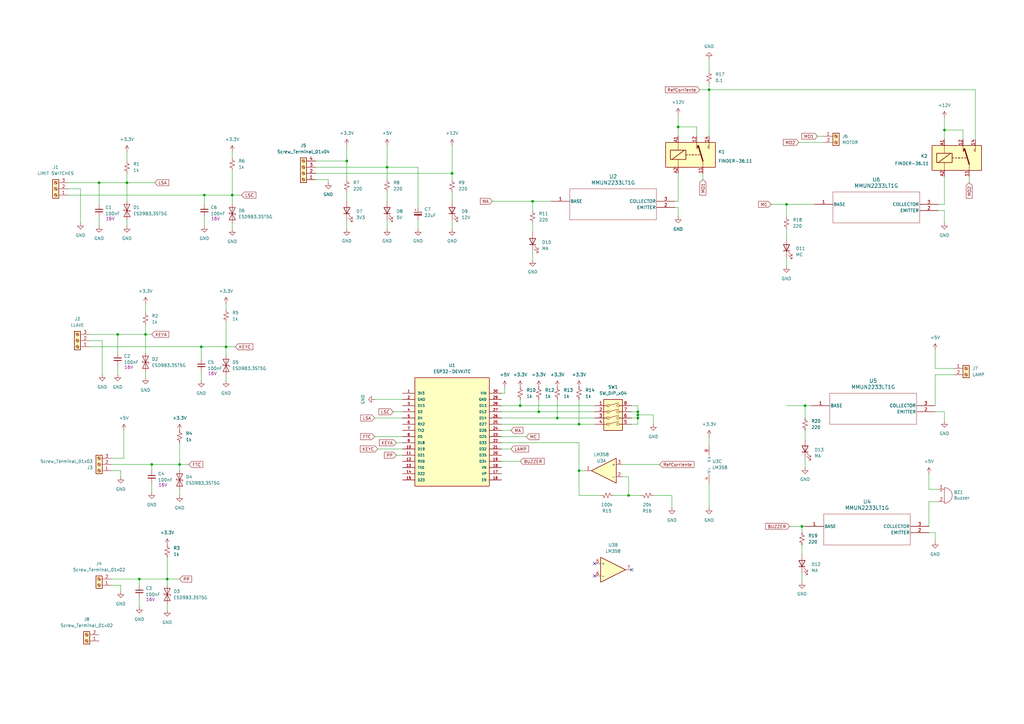
<source format=kicad_sch>
(kicad_sch (version 20250114) (generator "eeschema") (generator_version "9.0")
  (paper "A3")
  (junction (at 218.44 82.55))
  (junction (at 48.26 137.16))
  (junction (at 185.42 71.12))
  (junction (at 57.15 237.49))
  (junction (at 52.07 74.93))
  (junction (at 257.81 203.2))
  (junction (at 261.62 168.91))
  (junction (at 330.2 166.37))
  (junction (at 220.98 168.91))
  (junction (at 59.69 137.16))
  (junction (at 213.36 166.37))
  (junction (at 40.64 74.93))
  (junction (at 328.93 215.9))
  (junction (at 237.49 173.99))
  (junction (at 62.23 190.5))
  (junction (at 73.66 190.5))
  (junction (at 92.71 142.24))
  (junction (at 82.55 142.24))
  (junction (at 237.49 193.04))
  (junction (at 228.6 171.45))
  (junction (at 290.83 36.83))
  (junction (at 387.35 53.34))
  (junction (at 95.25 80.01))
  (junction (at 142.24 66.04))
  (junction (at 261.62 171.45))
  (junction (at 322.58 83.82))
  (junction (at 83.82 80.01))
  (junction (at 158.75 68.58))
  (junction (at 261.62 170.18))
  (junction (at 68.58 237.49))
  (junction (at 278.13 52.07))
  (no_connect (at 243.84 231.14))
  (no_connect (at 259.08 233.68))
  (no_connect (at 243.84 236.22))
  (wire (pts (xy 142.24 78.74) (xy 142.24 82.55)))
  (wire (pts (xy 334.01 83.82) (xy 322.58 83.82)))
  (wire (pts (xy 41.91 139.7) (xy 41.91 153.67)))
  (wire (pts (xy 129.54 73.66) (xy 134.62 73.66)))
  (wire (pts (xy 129.54 71.12) (xy 185.42 71.12)))
  (wire (pts (xy 278.13 46.99) (xy 278.13 52.07)))
  (wire (pts (xy 327.66 58.42) (xy 337.82 58.42)))
  (wire (pts (xy 95.25 69.85) (xy 95.25 80.01)))
  (wire (pts (xy 27.94 80.01) (xy 83.82 80.01)))
  (wire (pts (xy 384.81 86.36) (xy 387.35 86.36)))
  (wire (pts (xy 335.28 55.88) (xy 337.82 55.88)))
  (wire (pts (xy 257.81 195.58) (xy 257.81 203.2)))
  (wire (pts (xy 36.83 142.24) (xy 82.55 142.24)))
  (wire (pts (xy 394.97 53.34) (xy 387.35 53.34)))
  (wire (pts (xy 48.26 149.86) (xy 48.26 153.67)))
  (wire (pts (xy 290.83 34.29) (xy 290.83 36.83)))
  (wire (pts (xy 259.08 171.45) (xy 261.62 171.45)))
  (wire (pts (xy 154.94 184.15) (xy 165.1 184.15)))
  (wire (pts (xy 290.83 198.12) (xy 290.83 208.28)))
  (wire (pts (xy 322.58 93.98) (xy 322.58 97.79)))
  (wire (pts (xy 95.25 62.23) (xy 95.25 64.77)))
  (wire (pts (xy 259.08 166.37) (xy 261.62 166.37)))
  (wire (pts (xy 323.85 215.9) (xy 328.93 215.9)))
  (wire (pts (xy 383.54 166.37) (xy 383.54 153.67)))
  (wire (pts (xy 52.07 90.17) (xy 52.07 92.71)))
  (wire (pts (xy 83.82 88.9) (xy 83.82 92.71)))
  (wire (pts (xy 237.49 193.04) (xy 240.03 193.04)))
  (wire (pts (xy 205.74 168.91) (xy 220.98 168.91)))
  (wire (pts (xy 68.58 237.49) (xy 68.58 240.03)))
  (wire (pts (xy 185.42 59.69) (xy 185.42 71.12)))
  (wire (pts (xy 387.35 53.34) (xy 387.35 57.15)))
  (wire (pts (xy 383.54 153.67) (xy 391.16 153.67)))
  (wire (pts (xy 237.49 181.61) (xy 237.49 193.04)))
  (wire (pts (xy 381 194.31) (xy 381 200.66)))
  (wire (pts (xy 218.44 82.55) (xy 218.44 86.36)))
  (wire (pts (xy 171.45 90.17) (xy 171.45 93.98)))
  (wire (pts (xy 278.13 85.09) (xy 278.13 88.9)))
  (wire (pts (xy 287.02 36.83) (xy 290.83 36.83)))
  (wire (pts (xy 290.83 24.13) (xy 290.83 29.21)))
  (wire (pts (xy 49.53 240.03) (xy 49.53 242.57)))
  (wire (pts (xy 52.07 74.93) (xy 63.5 74.93)))
  (wire (pts (xy 205.74 166.37) (xy 213.36 166.37)))
  (wire (pts (xy 259.08 173.99) (xy 261.62 173.99)))
  (wire (pts (xy 261.62 173.99) (xy 261.62 171.45)))
  (wire (pts (xy 213.36 166.37) (xy 243.84 166.37)))
  (wire (pts (xy 40.64 74.93) (xy 40.64 83.82)))
  (wire (pts (xy 205.74 176.53) (xy 209.55 176.53)))
  (wire (pts (xy 205.74 173.99) (xy 237.49 173.99)))
  (wire (pts (xy 73.66 181.61) (xy 73.66 190.5)))
  (wire (pts (xy 82.55 142.24) (xy 92.71 142.24)))
  (wire (pts (xy 95.25 80.01) (xy 95.25 83.82)))
  (wire (pts (xy 237.49 163.83) (xy 237.49 173.99)))
  (wire (pts (xy 205.74 171.45) (xy 228.6 171.45)))
  (wire (pts (xy 290.83 179.07) (xy 290.83 182.88)))
  (wire (pts (xy 142.24 59.69) (xy 142.24 66.04)))
  (wire (pts (xy 205.74 179.07) (xy 215.9 179.07)))
  (wire (pts (xy 220.98 168.91) (xy 243.84 168.91)))
  (wire (pts (xy 142.24 66.04) (xy 142.24 73.66)))
  (wire (pts (xy 52.07 62.23) (xy 52.07 66.04)))
  (wire (pts (xy 73.66 190.5) (xy 77.47 190.5)))
  (wire (pts (xy 328.93 215.9) (xy 328.93 218.44)))
  (wire (pts (xy 171.45 85.09) (xy 171.45 68.58)))
  (wire (pts (xy 33.02 77.47) (xy 33.02 91.44)))
  (wire (pts (xy 48.26 137.16) (xy 48.26 144.78)))
  (wire (pts (xy 383.54 151.13) (xy 391.16 151.13)))
  (wire (pts (xy 394.97 57.15) (xy 394.97 53.34)))
  (wire (pts (xy 134.62 73.66) (xy 134.62 74.93)))
  (wire (pts (xy 328.93 234.95) (xy 328.93 238.76)))
  (wire (pts (xy 220.98 163.83) (xy 220.98 168.91)))
  (wire (pts (xy 27.94 74.93) (xy 40.64 74.93)))
  (wire (pts (xy 36.83 137.16) (xy 48.26 137.16)))
  (wire (pts (xy 285.75 55.88) (xy 285.75 52.07)))
  (wire (pts (xy 267.97 203.2) (xy 275.59 203.2)))
  (wire (pts (xy 92.71 153.67) (xy 92.71 156.21)))
  (wire (pts (xy 161.29 168.91) (xy 165.1 168.91)))
  (wire (pts (xy 278.13 71.12) (xy 278.13 82.55)))
  (wire (pts (xy 82.55 142.24) (xy 82.55 147.32)))
  (wire (pts (xy 92.71 124.46) (xy 92.71 127)))
  (wire (pts (xy 57.15 237.49) (xy 68.58 237.49)))
  (wire (pts (xy 45.72 240.03) (xy 49.53 240.03)))
  (wire (pts (xy 400.05 57.15) (xy 400.05 36.83)))
  (wire (pts (xy 207.01 158.75) (xy 207.01 161.29)))
  (wire (pts (xy 142.24 66.04) (xy 129.54 66.04)))
  (wire (pts (xy 158.75 59.69) (xy 158.75 68.58)))
  (wire (pts (xy 246.38 203.2) (xy 237.49 203.2)))
  (wire (pts (xy 387.35 48.26) (xy 387.35 53.34)))
  (wire (pts (xy 290.83 36.83) (xy 290.83 55.88)))
  (wire (pts (xy 48.26 137.16) (xy 59.69 137.16)))
  (wire (pts (xy 52.07 74.93) (xy 52.07 82.55)))
  (wire (pts (xy 228.6 171.45) (xy 243.84 171.45)))
  (wire (pts (xy 153.67 179.07) (xy 165.1 179.07)))
  (wire (pts (xy 158.75 78.74) (xy 158.75 82.55)))
  (wire (pts (xy 322.58 83.82) (xy 322.58 88.9)))
  (wire (pts (xy 62.23 198.12) (xy 62.23 201.93)))
  (wire (pts (xy 185.42 71.12) (xy 185.42 73.66)))
  (wire (pts (xy 288.29 71.12) (xy 288.29 73.66)))
  (wire (pts (xy 330.2 176.53) (xy 330.2 180.34)))
  (wire (pts (xy 95.25 91.44) (xy 95.25 93.98)))
  (wire (pts (xy 381 218.44) (xy 383.54 218.44)))
  (wire (pts (xy 205.74 189.23) (xy 213.36 189.23)))
  (wire (pts (xy 228.6 163.83) (xy 228.6 171.45)))
  (wire (pts (xy 328.93 215.9) (xy 330.2 215.9)))
  (wire (pts (xy 50.8 176.53) (xy 50.8 187.96)))
  (wire (pts (xy 261.62 170.18) (xy 261.62 168.91)))
  (wire (pts (xy 383.54 168.91) (xy 387.35 168.91)))
  (wire (pts (xy 218.44 102.87) (xy 218.44 106.68)))
  (wire (pts (xy 262.89 203.2) (xy 257.81 203.2)))
  (wire (pts (xy 381 200.66) (xy 384.81 200.66)))
  (wire (pts (xy 62.23 190.5) (xy 62.23 193.04)))
  (wire (pts (xy 237.49 203.2) (xy 237.49 193.04)))
  (wire (pts (xy 201.93 82.55) (xy 218.44 82.55)))
  (wire (pts (xy 59.69 124.46) (xy 59.69 128.27)))
  (wire (pts (xy 387.35 72.39) (xy 387.35 83.82)))
  (wire (pts (xy 73.66 200.66) (xy 73.66 203.2)))
  (wire (pts (xy 40.64 74.93) (xy 52.07 74.93)))
  (wire (pts (xy 92.71 142.24) (xy 92.71 146.05)))
  (wire (pts (xy 387.35 86.36) (xy 387.35 91.44)))
  (wire (pts (xy 322.58 166.37) (xy 330.2 166.37)))
  (wire (pts (xy 50.8 187.96) (xy 45.72 187.96)))
  (wire (pts (xy 153.67 163.83) (xy 165.1 163.83)))
  (wire (pts (xy 92.71 142.24) (xy 96.52 142.24)))
  (wire (pts (xy 57.15 245.11) (xy 57.15 248.92)))
  (wire (pts (xy 57.15 237.49) (xy 57.15 240.03)))
  (wire (pts (xy 40.64 88.9) (xy 40.64 92.71)))
  (wire (pts (xy 153.67 171.45) (xy 165.1 171.45)))
  (wire (pts (xy 218.44 91.44) (xy 218.44 95.25)))
  (wire (pts (xy 205.74 181.61) (xy 237.49 181.61)))
  (wire (pts (xy 218.44 82.55) (xy 226.06 82.55)))
  (wire (pts (xy 397.51 72.39) (xy 397.51 74.93)))
  (wire (pts (xy 322.58 105.41) (xy 322.58 109.22)))
  (wire (pts (xy 68.58 237.49) (xy 73.66 237.49)))
  (wire (pts (xy 171.45 68.58) (xy 158.75 68.58)))
  (wire (pts (xy 205.74 184.15) (xy 209.55 184.15)))
  (wire (pts (xy 255.27 195.58) (xy 257.81 195.58)))
  (wire (pts (xy 82.55 152.4) (xy 82.55 156.21)))
  (wire (pts (xy 185.42 78.74) (xy 185.42 82.55)))
  (wire (pts (xy 162.56 186.69) (xy 165.1 186.69)))
  (wire (pts (xy 267.97 170.18) (xy 261.62 170.18)))
  (wire (pts (xy 62.23 190.5) (xy 73.66 190.5)))
  (wire (pts (xy 387.35 168.91) (xy 387.35 172.72)))
  (wire (pts (xy 381 205.74) (xy 384.81 205.74)))
  (wire (pts (xy 162.56 181.61) (xy 165.1 181.61)))
  (wire (pts (xy 45.72 190.5) (xy 62.23 190.5)))
  (wire (pts (xy 27.94 77.47) (xy 33.02 77.47)))
  (wire (pts (xy 158.75 68.58) (xy 158.75 73.66)))
  (wire (pts (xy 83.82 80.01) (xy 95.25 80.01)))
  (wire (pts (xy 276.86 82.55) (xy 278.13 82.55)))
  (wire (pts (xy 92.71 132.08) (xy 92.71 142.24)))
  (wire (pts (xy 267.97 173.99) (xy 267.97 170.18)))
  (wire (pts (xy 49.53 193.04) (xy 49.53 195.58)))
  (wire (pts (xy 261.62 168.91) (xy 259.08 168.91)))
  (wire (pts (xy 36.83 139.7) (xy 41.91 139.7)))
  (wire (pts (xy 73.66 190.5) (xy 73.66 193.04)))
  (wire (pts (xy 261.62 171.45) (xy 261.62 170.18)))
  (wire (pts (xy 59.69 137.16) (xy 59.69 144.78)))
  (wire (pts (xy 142.24 90.17) (xy 142.24 93.98)))
  (wire (pts (xy 237.49 173.99) (xy 243.84 173.99)))
  (wire (pts (xy 45.72 237.49) (xy 57.15 237.49)))
  (wire (pts (xy 400.05 36.83) (xy 290.83 36.83)))
  (wire (pts (xy 52.07 71.12) (xy 52.07 74.93)))
  (wire (pts (xy 68.58 247.65) (xy 68.58 250.19)))
  (wire (pts (xy 381 215.9) (xy 381 205.74)))
  (wire (pts (xy 278.13 52.07) (xy 278.13 55.88)))
  (wire (pts (xy 213.36 163.83) (xy 213.36 166.37)))
  (wire (pts (xy 261.62 166.37) (xy 261.62 168.91)))
  (wire (pts (xy 257.81 203.2) (xy 251.46 203.2)))
  (wire (pts (xy 383.54 218.44) (xy 383.54 222.25)))
  (wire (pts (xy 316.23 83.82) (xy 322.58 83.82)))
  (wire (pts (xy 328.93 223.52) (xy 328.93 227.33)))
  (wire (pts (xy 330.2 166.37) (xy 332.74 166.37)))
  (wire (pts (xy 276.86 85.09) (xy 278.13 85.09)))
  (wire (pts (xy 207.01 161.29) (xy 205.74 161.29)))
  (wire (pts (xy 158.75 90.17) (xy 158.75 93.98)))
  (wire (pts (xy 330.2 166.37) (xy 330.2 171.45)))
  (wire (pts (xy 68.58 228.6) (xy 68.58 237.49)))
  (wire (pts (xy 45.72 193.04) (xy 49.53 193.04)))
  (wire (pts (xy 387.35 83.82) (xy 384.81 83.82)))
  (wire (pts (xy 59.69 133.35) (xy 59.69 137.16)))
  (wire (pts (xy 255.27 190.5) (xy 270.51 190.5)))
  (wire (pts (xy 285.75 52.07) (xy 278.13 52.07)))
  (wire (pts (xy 383.54 143.51) (xy 383.54 151.13)))
  (wire (pts (xy 330.2 187.96) (xy 330.2 191.77)))
  (wire (pts (xy 83.82 80.01) (xy 83.82 83.82)))
  (wire (pts (xy 185.42 90.17) (xy 185.42 93.98)))
  (wire (pts (xy 59.69 137.16) (xy 62.23 137.16)))
  (wire (pts (xy 129.54 68.58) (xy 158.75 68.58)))
  (wire (pts (xy 95.25 80.01) (xy 99.06 80.01)))
  (wire (pts (xy 59.69 152.4) (xy 59.69 154.94)))
  (wire (pts (xy 275.59 203.2) (xy 275.59 208.28)))
  (global_label "KEYC" (shape input) (at 154.94 184.15 180) (property "Intersheetrefs" "${INTERSHEET_REFS}" (effects (hide yes))))
  (global_label "RefCorriente" (shape input) (at 270.51 190.5 0) (property "Intersheetrefs" "${INTERSHEET_REFS}" (effects (hide yes))))
  (global_label "MC" (shape input) (at 316.23 83.82 180) (property "Intersheetrefs" "${INTERSHEET_REFS}" (effects (hide yes))))
  (global_label "MO1" (shape input) (at 288.29 73.66 270) (property "Intersheetrefs" "${INTERSHEET_REFS}" (effects (hide yes))))
  (global_label "BUZZER" (shape input) (at 323.85 215.9 180) (property "Intersheetrefs" "${INTERSHEET_REFS}" (effects (hide yes))))
  (global_label "FTC" (shape input) (at 77.47 190.5 0) (property "Intersheetrefs" "${INTERSHEET_REFS}" (effects (hide yes))))
  (global_label "MA" (shape input) (at 209.55 176.53 0) (property "Intersheetrefs" "${INTERSHEET_REFS}" (effects (hide yes))))
  (global_label "LSC" (shape input) (at 161.29 168.91 180) (property "Intersheetrefs" "${INTERSHEET_REFS}" (effects (hide yes))))
  (global_label "FTC" (shape input) (at 153.67 179.07 180) (property "Intersheetrefs" "${INTERSHEET_REFS}" (effects (hide yes))))
  (global_label "LSA" (shape input) (at 63.5 74.93 0) (property "Intersheetrefs" "${INTERSHEET_REFS}" (effects (hide yes))))
  (global_label "MO1" (shape input) (at 335.28 55.88 180) (property "Intersheetrefs" "${INTERSHEET_REFS}" (effects (hide yes))))
  (global_label "LSC" (shape input) (at 99.06 80.01 0) (property "Intersheetrefs" "${INTERSHEET_REFS}" (effects (hide yes))))
  (global_label "BUZZER" (shape input) (at 213.36 189.23 0) (property "Intersheetrefs" "${INTERSHEET_REFS}" (effects (hide yes))))
  (global_label "MO2" (shape input) (at 397.51 74.93 270) (property "Intersheetrefs" "${INTERSHEET_REFS}" (effects (hide yes))))
  (global_label "KEYA" (shape input) (at 162.56 181.61 180) (property "Intersheetrefs" "${INTERSHEET_REFS}" (effects (hide yes))))
  (global_label "KEYA" (shape input) (at 62.23 137.16 0) (property "Intersheetrefs" "${INTERSHEET_REFS}" (effects (hide yes))))
  (global_label "MO2" (shape input) (at 327.66 58.42 180) (property "Intersheetrefs" "${INTERSHEET_REFS}" (effects (hide yes))))
  (global_label "PP" (shape input) (at 162.56 186.69 180) (property "Intersheetrefs" "${INTERSHEET_REFS}" (effects (hide yes))))
  (global_label "RefCorriente" (shape input) (at 287.02 36.83 180) (property "Intersheetrefs" "${INTERSHEET_REFS}" (effects (hide yes))))
  (global_label "KEYC" (shape input) (at 96.52 142.24 0) (property "Intersheetrefs" "${INTERSHEET_REFS}" (effects (hide yes))))
  (global_label "LSA" (shape input) (at 153.67 171.45 180) (property "Intersheetrefs" "${INTERSHEET_REFS}" (effects (hide yes))))
  (global_label "LAMP" (shape input) (at 209.55 184.15 0) (property "Intersheetrefs" "${INTERSHEET_REFS}" (effects (hide yes))))
  (global_label "PP" (shape input) (at 73.66 237.49 0) (property "Intersheetrefs" "${INTERSHEET_REFS}" (effects (hide yes))))
  (global_label "MA" (shape input) (at 201.93 82.55 180) (property "Intersheetrefs" "${INTERSHEET_REFS}" (effects (hide yes))))
  (global_label "MC" (shape input) (at 215.9 179.07 0) (property "Intersheetrefs" "${INTERSHEET_REFS}" (effects (hide yes))))
  (symbol (lib_id "Diode:ESD9B3.3ST5G") (at 95.25 87.63 90) (unit 1)
    (property "Reference" "D6" (at 97.79 86.3599 90) (effects (justify right)))
    (property "Value" "ESD9B3.3ST5G" (at 97.79 88.8999 90) (effects (justify right)))
    (property "Footprint" "Diode_SMD:D_SOD-923" (effects (hide yes)))
    (property "Datasheet" "https://www.onsemi.com/pub/Collateral/ESD9B-D.PDF" (effects (hide yes)))
    (property "Description" "ESD protection diode, 3.3Vrwm, SOD-923" (effects (hide yes)))
    (property "Part number" "ESD9B3.3ST5G" (effects (hide yes)))
  )
  (symbol (lib_id "Device:LED") (at 218.44 99.06 90) (unit 1)
    (property "Reference" "D10" (at 222.25 99.3774 90) (effects (justify right)))
    (property "Value" "MA" (at 222.25 101.9174 90) (effects (justify right)))
    (property "Footprint" "LED_SMD:LED_0402_1005Metric" (effects (hide yes)))
    (property "Description" "Light emitting diode" (effects (hide yes)))
    (property "Part number" "NCD0402R1" (effects (hide yes)))
  )
  (symbol (lib_id "Diode:ESD9B3.3ST5G") (at 52.07 86.36 90) (unit 1)
    (property "Reference" "D1" (at 54.61 85.0899 90) (effects (justify right)))
    (property "Value" "ESD9B3.3ST5G" (at 54.61 87.6299 90) (effects (justify right)))
    (property "Footprint" "Diode_SMD:D_SOD-923" (effects (hide yes)))
    (property "Datasheet" "https://www.onsemi.com/pub/Collateral/ESD9B-D.PDF" (effects (hide yes)))
    (property "Description" "ESD protection diode, 3.3Vrwm, SOD-923" (effects (hide yes)))
    (property "Part number" "ESD9B3.3ST5G" (effects (hide yes)))
  )
  (symbol (lib_id "power:GND") (at 92.71 156.21 0) (unit 1)
    (property "Reference" "#PWR021" (effects (hide yes)))
    (property "Value" "GND" (at 92.71 161.29 0))
    (property "Description" "Power symbol creates a global label with name \"GND\" , ground" (effects (hide yes)))
  )
  (symbol (lib_id "Device:R_Small_US") (at 158.75 76.2 180) (unit 1)
    (property "Reference" "R8" (at 161.29 74.9299 0) (effects (justify right)))
    (property "Value" "220" (at 161.29 77.4699 0) (effects (justify right)))
    (property "Footprint" "Resistor_SMD:R_0402_1005Metric" (effects (hide yes)))
    (property "Description" "Resistor, small US symbol" (effects (hide yes)))
    (property "Part number" "CRCW0402220RFKED" (effects (hide yes)))
  )
  (symbol (lib_id "power:+3.3V") (at 142.24 59.69 0) (unit 1)
    (property "Reference" "#PWR025" (effects (hide yes)))
    (property "Value" "+3.3V" (at 142.24 54.61 0))
    (property "Description" "Power symbol creates a global label with name \"+3.3V\"" (effects (hide yes)))
  )
  (symbol (lib_id "Amplifier_Operational:LM358") (at 247.65 193.04 0) (mirror y) (unit 1)
    (property "Reference" "U3" (at 246.634 188.976 0))
    (property "Value" "LM358" (at 246.634 186.436 0))
    (property "Footprint" "LIBRERIA PERSONAL:lm358" (effects (hide yes)))
    (property "Datasheet" "http://www.ti.com/lit/ds/symlink/lm2904-n.pdf" (effects (hide yes)))
    (property "Description" "Low-Power, Dual Operational Amplifiers, DIP-8/SOIC-8/TO-99-8" (effects (hide yes)))
    (property "Part number" "LMV358IDR" (effects (hide yes)))
  )
  (symbol (lib_id "Device:R_Small_US") (at 265.43 203.2 90) (mirror x) (unit 1)
    (property "Reference" "R16" (at 265.43 209.55 90))
    (property "Value" "20k" (at 265.43 207.01 90))
    (property "Footprint" "Capacitor_SMD:C_0402_1005Metric" (effects (hide yes)))
    (property "Description" "Resistor, small US symbol" (effects (hide yes)))
    (property "Part number" "CRCW040220K0FKEDHP" (effects (hide yes)))
  )
  (symbol (lib_id "power:+3.3V") (at 68.58 223.52 0) (unit 1)
    (property "Reference" "#PWR014" (effects (hide yes)))
    (property "Value" "+3.3V" (at 68.58 218.44 0))
    (property "Description" "Power symbol creates a global label with name \"+3.3V\"" (effects (hide yes)))
  )
  (symbol (lib_id "Diode:ESD9B3.3ST5G") (at 73.66 196.85 90) (unit 1)
    (property "Reference" "D4" (at 76.2 195.5799 90) (effects (justify right)))
    (property "Value" "ESD9B3.3ST5G" (at 76.2 198.1199 90) (effects (justify right)))
    (property "Footprint" "Diode_SMD:D_SOD-923" (effects (hide yes)))
    (property "Datasheet" "https://www.onsemi.com/pub/Collateral/ESD9B-D.PDF" (effects (hide yes)))
    (property "Description" "ESD protection diode, 3.3Vrwm, SOD-923" (effects (hide yes)))
    (property "Part number" "ESD9B3.3ST5G" (effects (hide yes)))
  )
  (symbol (lib_id "power:+5V") (at 158.75 59.69 0) (unit 1)
    (property "Reference" "#PWR028" (effects (hide yes)))
    (property "Value" "+5V" (at 158.75 54.61 0))
    (property "Description" "Power symbol creates a global label with name \"+5V\"" (effects (hide yes)))
  )
  (symbol (lib_id "LIBRERIA PERSONAL:MMUN2233LT1G") (at 226.06 82.55 0) (unit 1)
    (property "Reference" "U2" (at 251.46 72.39 0) (effects (font (size 1.524 1.524))))
    (property "Value" "MMUN2233LT1G" (at 251.46 74.93 0) (effects (font (size 1.524 1.524))))
    (property "Footprint" "LIBRERIA PERSONAL:SOT-23-3_1P4X3P040_ONS-L" (effects (hide yes)))
    (property "Datasheet" "MMUN2233LT1G" (effects (hide yes)))
    (property "Part number" "MMUN2233LT1G" (effects (hide yes)))
  )
  (symbol (lib_id "Device:R_Small_US") (at 213.36 161.29 0) (unit 1)
    (property "Reference" "R10" (at 215.9 160.0199 0) (effects (justify left)))
    (property "Value" "1k" (at 215.9 162.5599 0) (effects (justify left)))
    (property "Footprint" "Resistor_SMD:R_0402_1005Metric" (effects (hide yes)))
    (property "Description" "Resistor, small US symbol" (effects (hide yes)))
    (property "Part number" "  CRCW04021K00FKED " (effects (hide yes)))
  )
  (symbol (lib_id "Device:R_Small_US") (at 330.2 173.99 180) (unit 1)
    (property "Reference" "R20" (at 332.74 172.7199 0) (effects (justify right)))
    (property "Value" "220" (at 332.74 175.2599 0) (effects (justify right)))
    (property "Footprint" "Resistor_SMD:R_0402_1005Metric" (effects (hide yes)))
    (property "Description" "Resistor, small US symbol" (effects (hide yes)))
    (property "Part number" "CRCW0402220RFKED" (effects (hide yes)))
  )
  (symbol (lib_id "Switch:SW_DIP_x04") (at 251.46 171.45 0) (unit 1)
    (property "Reference" "SW1" (at 251.46 158.75 0))
    (property "Value" "SW_DIP_x04" (at 251.46 161.29 0))
    (property "Footprint" "Button_Switch_SMD:SW_DIP_SPSTx04_Slide_KingTek_DSHP04TS_W7.62mm_P1.27mm" (effects (hide yes)))
    (property "Description" "4x DIP Switch, Single Pole Single Throw (SPST) switch, small symbol" (effects (hide yes)))
    (property "Part number" "DSHP04TSGER" (effects (hide yes)))
  )
  (symbol (lib_id "power:GND") (at 49.53 195.58 0) (unit 1)
    (property "Reference" "#PWR05" (effects (hide yes)))
    (property "Value" "GND" (at 49.53 200.66 0))
    (property "Description" "Power symbol creates a global label with name \"GND\" , ground" (effects (hide yes)))
  )
  (symbol (lib_id "Relay:FINDER-36.11") (at 392.43 64.77 0) (unit 1)
    (property "Reference" "K2" (at 377.698 64.008 0) (effects (justify left)))
    (property "Value" "FINDER-36.11" (at 367.03 67.056 0) (effects (justify left)))
    (property "Footprint" "Relay_THT:Relay_SPDT_Finder_36.11" (effects (hide yes)))
    (property "Datasheet" "https://gfinder.findernet.com/public/attachments/36/EN/S36EN.pdf" (effects (hide yes)))
  )
  (symbol (lib_id "power:GND") (at 134.62 74.93 0) (unit 1)
    (property "Reference" "#PWR024" (effects (hide yes)))
    (property "Value" "GND" (at 134.62 79.756 0))
    (property "Description" "Power symbol creates a global label with name \"GND\" , ground" (effects (hide yes)))
  )
  (symbol (lib_id "Device:C_Small") (at 40.64 86.36 0) (unit 1)
    (property "Reference" "C1" (at 43.18 85.0962 0) (effects (justify left)))
    (property "Value" "100nF" (at 43.18 87.6362 0) (effects (justify left)))
    (property "Footprint" "Capacitor_SMD:C_0402_1005Metric" (effects (hide yes)))
    (property "Description" "Unpolarized capacitor, small symbol" (effects (hide yes)))
    (property "Part number" "CL05B104KO5NNNC" (effects (hide yes)))
    (property "Voltage" "16V" (at 45.212 89.662 0))
  )
  (symbol (lib_id "power:GND") (at 290.83 24.13 180) (unit 1)
    (property "Reference" "#PWR043" (effects (hide yes)))
    (property "Value" "GND" (at 290.83 19.05 0))
    (property "Description" "Power symbol creates a global label with name \"GND\" , ground" (effects (hide yes)))
  )
  (symbol (lib_id "Device:R_Small_US") (at 142.24 76.2 180) (unit 1)
    (property "Reference" "R7" (at 144.78 74.9299 0) (effects (justify right)))
    (property "Value" "220" (at 144.78 77.4699 0) (effects (justify right)))
    (property "Footprint" "Resistor_SMD:R_0402_1005Metric" (effects (hide yes)))
    (property "Description" "Resistor, small US symbol" (effects (hide yes)))
    (property "Part number" "CRCW0402220RFKED" (effects (hide yes)))
  )
  (symbol (lib_id "power:+12V") (at 387.35 48.26 0) (unit 1)
    (property "Reference" "#PWR052" (effects (hide yes)))
    (property "Value" "+12V" (at 387.35 43.18 0))
    (property "Description" "Power symbol creates a global label with name \"+12V\"" (effects (hide yes)))
  )
  (symbol (lib_id "power:GND") (at 278.13 88.9 0) (unit 1)
    (property "Reference" "#PWR042" (effects (hide yes)))
    (property "Value" "GND" (at 278.13 93.98 0))
    (property "Description" "Power symbol creates a global label with name \"GND\" , ground" (effects (hide yes)))
  )
  (symbol (lib_id "power:+5V") (at 381 194.31 0) (unit 1)
    (property "Reference" "#PWR049" (effects (hide yes)))
    (property "Value" "+5V" (at 381 189.23 0))
    (property "Description" "Power symbol creates a global label with name \"+5V\"" (effects (hide yes)))
  )
  (symbol (lib_id "Device:C_Small") (at 83.82 86.36 0) (unit 1)
    (property "Reference" "C6" (at 86.36 85.0962 0) (effects (justify left)))
    (property "Value" "100nF" (at 86.36 87.6362 0) (effects (justify left)))
    (property "Footprint" "Capacitor_SMD:C_0402_1005Metric" (effects (hide yes)))
    (property "Description" "Unpolarized capacitor, small symbol" (effects (hide yes)))
    (property "Part number" "CL05B104KO5NNNC" (effects (hide yes)))
    (property "Voltage" "16V" (at 88.392 89.662 0))
  )
  (symbol (lib_id "Device:LED") (at 158.75 86.36 90) (unit 1)
    (property "Reference" "D8" (at 162.56 86.6774 90) (effects (justify right)))
    (property "Value" "5V" (at 162.56 89.2174 90) (effects (justify right)))
    (property "Footprint" "LED_SMD:LED_0402_1005Metric" (effects (hide yes)))
    (property "Description" "Light emitting diode" (effects (hide yes)))
    (property "Part number" "NCD0402R1" (effects (hide yes)))
  )
  (symbol (lib_id "power:+5V") (at 207.01 158.75 0) (unit 1)
    (property "Reference" "#PWR033" (effects (hide yes)))
    (property "Value" "+5V" (at 207.01 153.67 0))
    (property "Description" "Power symbol creates a global label with name \"+5V\"" (effects (hide yes)))
  )
  (symbol (lib_id "LIBRERIA PERSONAL:MMUN2233LT1G") (at 332.74 166.37 0) (unit 1)
    (property "Reference" "U5" (at 358.14 156.21 0) (effects (font (size 1.524 1.524))))
    (property "Value" "MMUN2233LT1G" (at 358.14 158.75 0) (effects (font (size 1.524 1.524))))
    (property "Footprint" "LIBRERIA PERSONAL:SOT-23-3_1P4X3P040_ONS-L" (effects (hide yes)))
    (property "Datasheet" "MMUN2233LT1G" (effects (hide yes)))
    (property "Part number" "MMUN2233LT1G" (effects (hide yes)))
  )
  (symbol (lib_id "Device:R_Small_US") (at 218.44 88.9 180) (unit 1)
    (property "Reference" "R11" (at 220.98 87.6299 0) (effects (justify right)))
    (property "Value" "220" (at 220.98 90.1699 0) (effects (justify right)))
    (property "Footprint" "Resistor_SMD:R_0402_1005Metric" (effects (hide yes)))
    (property "Description" "Resistor, small US symbol" (effects (hide yes)))
    (property "Part number" "CRCW0402220RFKED" (effects (hide yes)))
  )
  (symbol (lib_id "Device:LED") (at 328.93 231.14 90) (unit 1)
    (property "Reference" "D12" (at 332.74 231.4574 90) (effects (justify right)))
    (property "Value" "MA" (at 332.74 233.9974 90) (effects (justify right)))
    (property "Footprint" "LED_SMD:LED_0402_1005Metric" (effects (hide yes)))
    (property "Description" "Light emitting diode" (effects (hide yes)))
    (property "Part number" "NCD0402R1" (effects (hide yes)))
  )
  (symbol (lib_id "power:+3.3V") (at 228.6 158.75 0) (unit 1)
    (property "Reference" "#PWR037" (effects (hide yes)))
    (property "Value" "+3.3V" (at 228.6 153.67 0))
    (property "Description" "Power symbol creates a global label with name \"+3.3V\"" (effects (hide yes)))
  )
  (symbol (lib_id "power:GND") (at 185.42 93.98 0) (unit 1)
    (property "Reference" "#PWR032" (effects (hide yes)))
    (property "Value" "GND" (at 185.42 98.806 0))
    (property "Description" "Power symbol creates a global label with name \"GND\" , ground" (effects (hide yes)))
  )
  (symbol (lib_id "Connector:Screw_Terminal_01x03") (at 31.75 139.7 180) (unit 1)
    (property "Reference" "J2" (at 31.75 130.81 0))
    (property "Value" "LLAVE" (at 31.75 133.35 0))
    (property "Footprint" "TerminalBlock:TerminalBlock_bornier-3_P5.08mm" (effects (hide yes)))
    (property "Description" "Generic screw terminal, single row, 01x03, script generated (kicad-library-utils/schlib/autogen/connector/)" (effects (hide yes)))
    (property "Part number" "DB128V-5.08-3P-GN-S" (effects (hide yes)))
  )
  (symbol (lib_id "Connector:Screw_Terminal_01x02") (at 342.9 55.88 0) (unit 1)
    (property "Reference" "J6" (at 345.44 55.8799 0) (effects (justify left)))
    (property "Value" "MOTOR" (at 345.44 58.4199 0) (effects (justify left)))
    (property "Footprint" "TerminalBlock:TerminalBlock_bornier-2_P5.08mm" (effects (hide yes)))
    (property "Description" "Generic screw terminal, single row, 01x02, script generated (kicad-library-utils/schlib/autogen/connector/)" (effects (hide yes)))
    (property "Part number" "WJ500V-5.08-2P" (effects (hide yes)))
  )
  (symbol (lib_id "Device:C_Small") (at 48.26 147.32 0) (unit 1)
    (property "Reference" "C2" (at 50.8 146.0562 0) (effects (justify left)))
    (property "Value" "100nF" (at 50.8 148.5962 0) (effects (justify left)))
    (property "Footprint" "Capacitor_SMD:C_0402_1005Metric" (effects (hide yes)))
    (property "Description" "Unpolarized capacitor, small symbol" (effects (hide yes)))
    (property "Part number" "CL05B104KO5NNNC" (effects (hide yes)))
    (property "Voltage" "16V" (at 52.832 150.622 0))
  )
  (symbol (lib_id "Device:R_Small_US") (at 322.58 91.44 180) (unit 1)
    (property "Reference" "R18" (at 325.12 90.1699 0) (effects (justify right)))
    (property "Value" "220" (at 325.12 92.7099 0) (effects (justify right)))
    (property "Footprint" "Resistor_SMD:R_0402_1005Metric" (effects (hide yes)))
    (property "Description" "Resistor, small US symbol" (effects (hide yes)))
    (property "Part number" "CRCW0402220RFKED" (effects (hide yes)))
  )
  (symbol (lib_id "Device:R_Small_US") (at 68.58 226.06 0) (unit 1)
    (property "Reference" "R3" (at 71.12 224.7899 0) (effects (justify left)))
    (property "Value" "1k" (at 71.12 227.3299 0) (effects (justify left)))
    (property "Footprint" "Resistor_SMD:R_0402_1005Metric" (effects (hide yes)))
    (property "Description" "Resistor, small US symbol" (effects (hide yes)))
    (property "Part number" "  CRCW04021K00FKED " (effects (hide yes)))
  )
  (symbol (lib_id "power:GND") (at 73.66 203.2 0) (unit 1)
    (property "Reference" "#PWR017" (effects (hide yes)))
    (property "Value" "GND" (at 73.66 208.28 0))
    (property "Description" "Power symbol creates a global label with name \"GND\" , ground" (effects (hide yes)))
  )
  (symbol (lib_id "Device:C_Polarized_Small") (at 171.45 87.63 0) (unit 1)
    (property "Reference" "C7" (at 173.99 85.8138 0) (effects (justify left)))
    (property "Value" "22uF" (at 173.99 88.3538 0) (effects (justify left)))
    (property "Footprint" "Capacitor_SMD:CP_Elec_5x5.4" (effects (hide yes)))
    (property "Description" "Polarized capacitor, small symbol" (effects (hide yes)))
    (property "Part number" "UWT1A220MCL1GB" (effects (hide yes)))
  )
  (symbol (lib_id "power:GND") (at 62.23 201.93 0) (unit 1)
    (property "Reference" "#PWR013" (effects (hide yes)))
    (property "Value" "GND" (at 62.23 207.01 0))
    (property "Description" "Power symbol creates a global label with name \"GND\" , ground" (effects (hide yes)))
  )
  (symbol (lib_id "Connector:Screw_Terminal_01x04") (at 124.46 71.12 180) (unit 1)
    (property "Reference" "J5" (at 124.46 59.69 0))
    (property "Value" "Screw_Terminal_01x04" (at 124.46 62.23 0))
    (property "Footprint" "TerminalBlock:TerminalBlock_bornier-4_P5.08mm" (effects (hide yes)))
    (property "Description" "Generic screw terminal, single row, 01x04, script generated (kicad-library-utils/schlib/autogen/connector/)" (effects (hide yes)))
    (property "Part number" "DB128V-5.08-4P-GN-S" (effects (hide yes)))
  )
  (symbol (lib_id "Connector:Screw_Terminal_01x02") (at 35.56 262.89 180) (unit 1)
    (property "Reference" "J8" (at 35.56 254 0))
    (property "Value" "Screw_Terminal_01x02" (at 35.56 256.54 0))
    (property "Footprint" "CONN-TH_P5.08_KF128-5.08-2P" (effects (hide yes)))
    (property "Description" "Generic screw terminal, single row, 01x02, script generated (kicad-library-utils/schlib/autogen/connector/)" (effects (hide yes)))
    (property "Part number" "WJ500V-5.08-2P" (effects (hide yes)))
  )
  (symbol (lib_id "power:+3.3V") (at 73.66 176.53 0) (unit 1)
    (property "Reference" "#PWR016" (effects (hide yes)))
    (property "Value" "+3.3V" (at 73.66 171.45 0))
    (property "Description" "Power symbol creates a global label with name \"+3.3V\"" (effects (hide yes)))
  )
  (symbol (lib_id "power:GND") (at 33.02 91.44 0) (unit 1)
    (property "Reference" "#PWR01" (effects (hide yes)))
    (property "Value" "GND" (at 33.02 96.52 0))
    (property "Description" "Power symbol creates a global label with name \"GND\" , ground" (effects (hide yes)))
  )
  (symbol (lib_id "Diode:ESD9B3.3ST5G") (at 68.58 243.84 90) (unit 1)
    (property "Reference" "D3" (at 71.12 242.5699 90) (effects (justify right)))
    (property "Value" "ESD9B3.3ST5G" (at 71.12 245.1099 90) (effects (justify right)))
    (property "Footprint" "Diode_SMD:D_SOD-923" (effects (hide yes)))
    (property "Datasheet" "https://www.onsemi.com/pub/Collateral/ESD9B-D.PDF" (effects (hide yes)))
    (property "Description" "ESD protection diode, 3.3Vrwm, SOD-923" (effects (hide yes)))
    (property "Part number" "ESD9B3.3ST5G" (effects (hide yes)))
  )
  (symbol (lib_id "power:GND") (at 83.82 92.71 0) (unit 1)
    (property "Reference" "#PWR019" (effects (hide yes)))
    (property "Value" "GND" (at 83.82 97.79 0))
    (property "Description" "Power symbol creates a global label with name \"GND\" , ground" (effects (hide yes)))
  )
  (symbol (lib_id "power:GND") (at 387.35 91.44 0) (unit 1)
    (property "Reference" "#PWR053" (effects (hide yes)))
    (property "Value" "GND" (at 387.35 96.52 0))
    (property "Description" "Power symbol creates a global label with name \"GND\" , ground" (effects (hide yes)))
  )
  (symbol (lib_id "Device:R_Small_US") (at 95.25 67.31 0) (unit 1)
    (property "Reference" "R6" (at 97.79 66.0399 0) (effects (justify left)))
    (property "Value" "1k" (at 97.79 68.5799 0) (effects (justify left)))
    (property "Footprint" "Resistor_SMD:R_0402_1005Metric" (effects (hide yes)))
    (property "Description" "Resistor, small US symbol" (effects (hide yes)))
    (property "Part number" "  CRCW04021K00FKED " (effects (hide yes)))
  )
  (symbol (lib_id "power:+3.3V") (at 59.69 124.46 0) (unit 1)
    (property "Reference" "#PWR011" (effects (hide yes)))
    (property "Value" "+3.3V" (at 59.69 119.38 0))
    (property "Description" "Power symbol creates a global label with name \"+3.3V\"" (effects (hide yes)))
  )
  (symbol (lib_id "power:GND") (at 52.07 92.71 0) (unit 1)
    (property "Reference" "#PWR09" (effects (hide yes)))
    (property "Value" "GND" (at 52.07 97.79 0))
    (property "Description" "Power symbol creates a global label with name \"GND\" , ground" (effects (hide yes)))
  )
  (symbol (lib_id "power:GND") (at 218.44 106.68 0) (unit 1)
    (property "Reference" "#PWR035" (effects (hide yes)))
    (property "Value" "GND" (at 218.44 111.506 0))
    (property "Description" "Power symbol creates a global label with name \"GND\" , ground" (effects (hide yes)))
  )
  (symbol (lib_id "Device:LED") (at 330.2 184.15 90) (unit 1)
    (property "Reference" "D13" (at 334.01 184.4674 90) (effects (justify right)))
    (property "Value" "MA" (at 334.01 187.0074 90) (effects (justify right)))
    (property "Footprint" "LED_SMD:LED_0402_1005Metric" (effects (hide yes)))
    (property "Description" "Light emitting diode" (effects (hide yes)))
    (property "Part number" "NCD0402R1" (effects (hide yes)))
  )
  (symbol (lib_id "Amplifier_Operational:LM358") (at 251.46 233.68 0) (unit 2)
    (property "Reference" "U3" (at 251.46 223.52 0))
    (property "Value" "LM358" (at 251.46 226.06 0))
    (property "Footprint" "LIBRERIA PERSONAL:lm358" (effects (hide yes)))
    (property "Datasheet" "http://www.ti.com/lit/ds/symlink/lm2904-n.pdf" (effects (hide yes)))
    (property "Description" "Low-Power, Dual Operational Amplifiers, DIP-8/SOIC-8/TO-99-8" (effects (hide yes)))
    (property "Part number" "LMV358IDR" (effects (hide yes)))
  )
  (symbol (lib_id "power:+3.3V") (at 95.25 62.23 0) (unit 1)
    (property "Reference" "#PWR022" (effects (hide yes)))
    (property "Value" "+3.3V" (at 95.25 57.15 0))
    (property "Description" "Power symbol creates a global label with name \"+3.3V\"" (effects (hide yes)))
  )
  (symbol (lib_id "power:GND") (at 383.54 222.25 0) (unit 1)
    (property "Reference" "#PWR051" (effects (hide yes)))
    (property "Value" "GND" (at 383.54 227.33 0))
    (property "Description" "Power symbol creates a global label with name \"GND\" , ground" (effects (hide yes)))
  )
  (symbol (lib_id "power:GND") (at 48.26 153.67 0) (unit 1)
    (property "Reference" "#PWR04" (effects (hide yes)))
    (property "Value" "GND" (at 48.26 158.75 0))
    (property "Description" "Power symbol creates a global label with name \"GND\" , ground" (effects (hide yes)))
  )
  (symbol (lib_id "power:+3.3V") (at 290.83 179.07 0) (unit 1)
    (property "Reference" "#PWR044" (effects (hide yes)))
    (property "Value" "+3.3V" (at 290.83 173.99 0))
    (property "Description" "Power symbol creates a global label with name \"+3.3V\"" (effects (hide yes)))
  )
  (symbol (lib_id "power:GND") (at 95.25 93.98 0) (unit 1)
    (property "Reference" "#PWR023" (effects (hide yes)))
    (property "Value" "GND" (at 95.25 99.06 0))
    (property "Description" "Power symbol creates a global label with name \"GND\" , ground" (effects (hide yes)))
  )
  (symbol (lib_id "LIBRERIA PERSONAL:MMUN2233LT1G") (at 330.2 215.9 0) (unit 1)
    (property "Reference" "U4" (at 355.6 205.74 0) (effects (font (size 1.524 1.524))))
    (property "Value" "MMUN2233LT1G" (at 355.6 208.28 0) (effects (font (size 1.524 1.524))))
    (property "Footprint" "LIBRERIA PERSONAL:SOT-23-3_1P4X3P040_ONS-L" (effects (hide yes)))
    (property "Datasheet" "MMUN2233LT1G" (effects (hide yes)))
    (property "Part number" "MMUN2233LT1G" (effects (hide yes)))
  )
  (symbol (lib_id "power:GND") (at 59.69 154.94 0) (unit 1)
    (property "Reference" "#PWR012" (effects (hide yes)))
    (property "Value" "GND" (at 59.69 160.02 0))
    (property "Description" "Power symbol creates a global label with name \"GND\" , ground" (effects (hide yes)))
  )
  (symbol (lib_id "Device:R_Small_US") (at 328.93 220.98 180) (unit 1)
    (property "Reference" "R19" (at 331.47 219.7099 0) (effects (justify right)))
    (property "Value" "220" (at 331.47 222.2499 0) (effects (justify right)))
    (property "Footprint" "Resistor_SMD:R_0402_1005Metric" (effects (hide yes)))
    (property "Description" "Resistor, small US symbol" (effects (hide yes)))
    (property "Part number" "CRCW0402220RFKED" (effects (hide yes)))
  )
  (symbol (lib_id "power:GND") (at 68.58 250.19 0) (unit 1)
    (property "Reference" "#PWR015" (effects (hide yes)))
    (property "Value" "GND" (at 68.58 255.27 0))
    (property "Description" "Power symbol creates a global label with name \"GND\" , ground" (effects (hide yes)))
  )
  (symbol (lib_id "Connector:Screw_Terminal_01x03") (at 22.86 77.47 180) (unit 1)
    (property "Reference" "J1" (at 22.86 68.58 0))
    (property "Value" "LIMIT SWITCHES" (at 22.86 71.12 0))
    (property "Footprint" "TerminalBlock:TerminalBlock_bornier-3_P5.08mm" (effects (hide yes)))
    (property "Description" "Generic screw terminal, single row, 01x03, script generated (kicad-library-utils/schlib/autogen/connector/)" (effects (hide yes)))
    (property "Part number" "YC0321500000G" (effects (hide yes)))
  )
  (symbol (lib_id "power:GND") (at 322.58 109.22 0) (unit 1)
    (property "Reference" "#PWR046" (effects (hide yes)))
    (property "Value" "GND" (at 322.58 114.3 0))
    (property "Description" "Power symbol creates a global label with name \"GND\" , ground" (effects (hide yes)))
  )
  (symbol (lib_id "power:GND") (at 267.97 173.99 0) (unit 1)
    (property "Reference" "#PWR039" (effects (hide yes)))
    (property "Value" "GND" (at 267.97 179.07 0))
    (property "Description" "Power symbol creates a global label with name \"GND\" , ground" (effects (hide yes)))
  )
  (symbol (lib_id "Connector:Screw_Terminal_01x03") (at 40.64 190.5 180) (unit 1)
    (property "Reference" "J3" (at 38.1 191.7701 0) (effects (justify left)))
    (property "Value" "Screw_Terminal_01x03" (at 38.1 189.2301 0) (effects (justify left)))
    (property "Footprint" "TerminalBlock:TerminalBlock_bornier-3_P5.08mm" (effects (hide yes)))
    (property "Description" "Generic screw terminal, single row, 01x03, script generated (kicad-library-utils/schlib/autogen/connector/)" (effects (hide yes)))
    (property "Part number" "DB128V-5.08-3P-GN-S" (effects (hide yes)))
  )
  (symbol (lib_id "Connector:Screw_Terminal_01x02") (at 396.24 151.13 0) (unit 1)
    (property "Reference" "J7" (at 398.78 151.1299 0) (effects (justify left)))
    (property "Value" "LAMP" (at 398.78 153.6699 0) (effects (justify left)))
    (property "Footprint" "TerminalBlock:TerminalBlock_bornier-2_P5.08mm" (effects (hide yes)))
    (property "Description" "Generic screw terminal, single row, 01x02, script generated (kicad-library-utils/schlib/autogen/connector/)" (effects (hide yes)))
    (property "Part number" "WJ500V-5.08-2P" (effects (hide yes)))
  )
  (symbol (lib_id "Device:R_Small_US") (at 92.71 129.54 0) (unit 1)
    (property "Reference" "R5" (at 95.25 128.2699 0) (effects (justify left)))
    (property "Value" "1k" (at 95.25 130.8099 0) (effects (justify left)))
    (property "Footprint" "Resistor_SMD:R_0402_1005Metric" (effects (hide yes)))
    (property "Description" "Resistor, small US symbol" (effects (hide yes)))
    (property "Part number" "  CRCW04021K00FKED " (effects (hide yes)))
  )
  (symbol (lib_id "power:+3.3V") (at 220.98 158.75 0) (unit 1)
    (property "Reference" "#PWR036" (effects (hide yes)))
    (property "Value" "+3.3V" (at 220.98 153.67 0))
    (property "Description" "Power symbol creates a global label with name \"+3.3V\"" (effects (hide yes)))
  )
  (symbol (lib_id "Device:LED") (at 322.58 101.6 90) (unit 1)
    (property "Reference" "D11" (at 326.39 101.9174 90) (effects (justify right)))
    (property "Value" "MC" (at 326.39 104.4574 90) (effects (justify right)))
    (property "Footprint" "LED_SMD:LED_0402_1005Metric" (effects (hide yes)))
    (property "Description" "Light emitting diode" (effects (hide yes)))
    (property "Part number" "NCD0402R1" (effects (hide yes)))
  )
  (symbol (lib_id "power:+5V") (at 50.8 176.53 0) (unit 1)
    (property "Reference" "#PWR07" (effects (hide yes)))
    (property "Value" "+5V" (at 50.8 171.45 0))
    (property "Description" "Power symbol creates a global label with name \"+5V\"" (effects (hide yes)))
  )
  (symbol (lib_id "power:+3.3V") (at 213.36 158.75 0) (unit 1)
    (property "Reference" "#PWR034" (effects (hide yes)))
    (property "Value" "+3.3V" (at 213.36 153.67 0))
    (property "Description" "Power symbol creates a global label with name \"+3.3V\"" (effects (hide yes)))
  )
  (symbol (lib_id "Device:R_Small_US") (at 59.69 130.81 0) (unit 1)
    (property "Reference" "R2" (at 62.23 129.5399 0) (effects (justify left)))
    (property "Value" "1k" (at 62.23 132.0799 0) (effects (justify left)))
    (property "Footprint" "Resistor_SMD:R_0402_1005Metric" (effects (hide yes)))
    (property "Description" "Resistor, small US symbol" (effects (hide yes)))
    (property "Part number" "  CRCW04021K00FKED " (effects (hide yes)))
  )
  (symbol (lib_id "Device:R_Small_US") (at 237.49 161.29 0) (unit 1)
    (property "Reference" "R14" (at 240.03 160.0199 0) (effects (justify left)))
    (property "Value" "1k" (at 240.03 162.5599 0) (effects (justify left)))
    (property "Footprint" "Resistor_SMD:R_0402_1005Metric" (effects (hide yes)))
    (property "Description" "Resistor, small US symbol" (effects (hide yes)))
    (property "Part number" "  CRCW04021K00FKED " (effects (hide yes)))
  )
  (symbol (lib_id "power:+3.3V") (at 52.07 62.23 0) (unit 1)
    (property "Reference" "#PWR08" (effects (hide yes)))
    (property "Value" "+3.3V" (at 52.07 57.15 0))
    (property "Description" "Power symbol creates a global label with name \"+3.3V\"" (effects (hide yes)))
  )
  (symbol (lib_id "power:GND") (at 387.35 172.72 0) (unit 1)
    (property "Reference" "#PWR054" (effects (hide yes)))
    (property "Value" "GND" (at 387.35 177.8 0))
    (property "Description" "Power symbol creates a global label with name \"GND\" , ground" (effects (hide yes)))
  )
  (symbol (lib_id "Device:C_Small") (at 82.55 149.86 0) (unit 1)
    (property "Reference" "C5" (at 85.09 148.5962 0) (effects (justify left)))
    (property "Value" "100nF" (at 85.09 151.1362 0) (effects (justify left)))
    (property "Footprint" "Capacitor_SMD:C_0402_1005Metric" (effects (hide yes)))
    (property "Description" "Unpolarized capacitor, small symbol" (effects (hide yes)))
    (property "Part number" "CL05B104KO5NNNC" (effects (hide yes)))
    (property "Voltage" "16V" (at 87.122 153.162 0))
  )
  (symbol (lib_id "Device:C_Small") (at 62.23 195.58 0) (unit 1)
    (property "Reference" "C4" (at 64.77 194.3162 0) (effects (justify left)))
    (property "Value" "100nF" (at 64.77 196.8562 0) (effects (justify left)))
    (property "Footprint" "Capacitor_SMD:C_0402_1005Metric" (effects (hide yes)))
    (property "Description" "Unpolarized capacitor, small symbol" (effects (hide yes)))
    (property "Part number" "CL05B104KO5NNNC" (effects (hide yes)))
    (property "Voltage" "16V" (at 66.802 198.882 0))
  )
  (symbol (lib_id "power:+5V") (at 383.54 143.51 0) (unit 1)
    (property "Reference" "#PWR050" (effects (hide yes)))
    (property "Value" "+5V" (at 383.54 138.43 0))
    (property "Description" "Power symbol creates a global label with name \"+5V\"" (effects (hide yes)))
  )
  (symbol (lib_id "Diode:ESD9B3.3ST5G") (at 92.71 149.86 90) (unit 1)
    (property "Reference" "D5" (at 95.25 148.5899 90) (effects (justify right)))
    (property "Value" "ESD9B3.3ST5G" (at 95.25 151.1299 90) (effects (justify right)))
    (property "Footprint" "Diode_SMD:D_SOD-923" (effects (hide yes)))
    (property "Datasheet" "https://www.onsemi.com/pub/Collateral/ESD9B-D.PDF" (effects (hide yes)))
    (property "Description" "ESD protection diode, 3.3Vrwm, SOD-923" (effects (hide yes)))
    (property "Part number" "ESD9B3.3ST5G" (effects (hide yes)))
  )
  (symbol (lib_id "Device:R_Small_US") (at 290.83 31.75 0) (unit 1)
    (property "Reference" "R17" (at 293.37 30.4799 0) (effects (justify left)))
    (property "Value" "0.1" (at 293.37 33.0199 0) (effects (justify left)))
    (property "Footprint" "Resistor_SMD:R_2512_6332Metric" (effects (hide yes)))
    (property "Description" "Resistor, small US symbol" (effects (hide yes)))
  )
  (symbol (lib_id "Connector:Screw_Terminal_01x02") (at 40.64 240.03 180) (unit 1)
    (property "Reference" "J4" (at 40.64 231.14 0))
    (property "Value" "Screw_Terminal_01x02" (at 40.64 233.68 0))
    (property "Footprint" "TerminalBlock:TerminalBlock_bornier-2_P5.08mm" (effects (hide yes)))
    (property "Description" "Generic screw terminal, single row, 01x02, script generated (kicad-library-utils/schlib/autogen/connector/)" (effects (hide yes)))
    (property "Part number" "WJ500V-5.08-2P" (effects (hide yes)))
  )
  (symbol (lib_id "power:GND") (at 328.93 238.76 0) (unit 1)
    (property "Reference" "#PWR047" (effects (hide yes)))
    (property "Value" "GND" (at 328.93 243.586 0))
    (property "Description" "Power symbol creates a global label with name \"GND\" , ground" (effects (hide yes)))
  )
  (symbol (lib_id "Device:LED") (at 185.42 86.36 90) (unit 1)
    (property "Reference" "D9" (at 189.23 86.6774 90) (effects (justify right)))
    (property "Value" "12V" (at 189.23 89.2174 90) (effects (justify right)))
    (property "Footprint" "LED_SMD:LED_0402_1005Metric" (effects (hide yes)))
    (property "Description" "Light emitting diode" (effects (hide yes)))
    (property "Part number" "NCD0402R1" (effects (hide yes)))
  )
  (symbol (lib_id "power:+3.3V") (at 237.49 158.75 0) (unit 1)
    (property "Reference" "#PWR038" (effects (hide yes)))
    (property "Value" "+3.3V" (at 237.49 153.67 0))
    (property "Description" "Power symbol creates a global label with name \"+3.3V\"" (effects (hide yes)))
  )
  (symbol (lib_id "power:GND") (at 57.15 248.92 0) (unit 1)
    (property "Reference" "#PWR010" (effects (hide yes)))
    (property "Value" "GND" (at 57.15 254 0))
    (property "Description" "Power symbol creates a global label with name \"GND\" , ground" (effects (hide yes)))
  )
  (symbol (lib_id "Device:R_Small_US") (at 248.92 203.2 90) (mirror x) (unit 1)
    (property "Reference" "R15" (at 248.92 209.55 90))
    (property "Value" "100k" (at 248.92 207.01 90))
    (property "Footprint" "Capacitor_SMD:C_0402_1005Metric" (effects (hide yes)))
    (property "Description" "Resistor, small US symbol" (effects (hide yes)))
    (property "Part number" "ERJPA2J104X" (effects (hide yes)))
  )
  (symbol (lib_id "Relay:FINDER-36.11") (at 283.21 63.5 0) (unit 1)
    (property "Reference" "K1" (at 294.64 62.2299 0) (effects (justify left)))
    (property "Value" "FINDER-36.11" (at 294.64 66.0399 0) (effects (justify left)))
    (property "Footprint" "Relay_THT:Relay_SPDT_Finder_36.11" (effects (hide yes)))
    (property "Datasheet" "https://gfinder.findernet.com/public/attachments/36/EN/S36EN.pdf" (effects (hide yes)))
  )
  (symbol (lib_id "Device:LED") (at 142.24 86.36 90) (unit 1)
    (property "Reference" "D7" (at 146.05 86.6774 90) (effects (justify right)))
    (property "Value" "3V3" (at 146.05 89.2174 90) (effects (justify right)))
    (property "Footprint" "LED_SMD:LED_0402_1005Metric" (effects (hide yes)))
    (property "Description" "Light emitting diode" (effects (hide yes)))
    (property "Part number" "NCD0402R1" (effects (hide yes)))
  )
  (symbol (lib_id "power:GND") (at 330.2 191.77 0) (unit 1)
    (property "Reference" "#PWR048" (effects (hide yes)))
    (property "Value" "GND" (at 330.2 196.596 0))
    (property "Description" "Power symbol creates a global label with name \"GND\" , ground" (effects (hide yes)))
  )
  (symbol (lib_id "power:GND") (at 40.64 92.71 0) (unit 1)
    (property "Reference" "#PWR03" (effects (hide yes)))
    (property "Value" "GND" (at 40.64 97.79 0))
    (property "Description" "Power symbol creates a global label with name \"GND\" , ground" (effects (hide yes)))
  )
  (symbol (lib_id "Device:R_Small_US") (at 52.07 68.58 0) (unit 1)
    (property "Reference" "R1" (at 54.61 67.3099 0) (effects (justify left)))
    (property "Value" "1k" (at 54.61 69.8499 0) (effects (justify left)))
    (property "Footprint" "Resistor_SMD:R_0402_1005Metric" (effects (hide yes)))
    (property "Description" "Resistor, small US symbol" (effects (hide yes)))
    (property "Part number" "  CRCW04021K00FKED " (effects (hide yes)))
  )
  (symbol (lib_id "power:GND") (at 153.67 163.83 270) (unit 1)
    (property "Reference" "#PWR027" (effects (hide yes)))
    (property "Value" "GND" (at 148.844 163.83 0))
    (property "Description" "Power symbol creates a global label with name \"GND\" , ground" (effects (hide yes)))
  )
  (symbol (lib_id "ESP32-DEVKITC:ESP32-DEVKITC") (at 185.42 184.15 0) (unit 1)
    (property "Reference" "U1" (at 185.42 149.86 0))
    (property "Value" "ESP32-DEVKITC" (at 185.42 152.4 0))
    (property "Footprint" "LIBRERIA PERSONAL:MODULE_ESP32-DEVKITC" (effects (hide yes)))
  )
  (symbol (lib_id "Amplifier_Operational:LM358") (at 293.37 190.5 0) (unit 3)
    (property "Reference" "U3" (at 292.1 189.2299 0) (effects (justify left)))
    (property "Value" "LM358" (at 292.1 191.7699 0) (effects (justify left)))
    (property "Footprint" "LIBRERIA PERSONAL:lm358" (effects (hide yes)))
    (property "Datasheet" "http://www.ti.com/lit/ds/symlink/lm2904-n.pdf" (effects (hide yes)))
    (property "Description" "Low-Power, Dual Operational Amplifiers, DIP-8/SOIC-8/TO-99-8" (effects (hide yes)))
    (property "Part number" "LMV358IDR" (effects (hide yes)))
  )
  (symbol (lib_id "power:GND") (at 158.75 93.98 0) (unit 1)
    (property "Reference" "#PWR029" (effects (hide yes)))
    (property "Value" "GND" (at 158.75 98.806 0))
    (property "Description" "Power symbol creates a global label with name \"GND\" , ground" (effects (hide yes)))
  )
  (symbol (lib_id "Device:Buzzer") (at 387.35 203.2 0) (unit 1)
    (property "Reference" "BZ1" (at 391.16 201.9299 0) (effects (justify left)))
    (property "Value" "Buzzer" (at 391.16 204.216 0) (effects (justify left)))
    (property "Footprint" "Buzzer_Beeper:Buzzer_TDK_PS1240P02BT_D12.2mm_H6.5mm" (effects (hide yes)))
    (property "Description" "Buzzer, polarized" (effects (hide yes)))
    (property "Part number" "HNB09A05" (effects (hide yes)))
  )
  (symbol (lib_id "power:+12V") (at 278.13 46.99 0) (unit 1)
    (property "Reference" "#PWR041" (effects (hide yes)))
    (property "Value" "+12V" (at 278.13 41.91 0))
    (property "Description" "Power symbol creates a global label with name \"+12V\"" (effects (hide yes)))
  )
  (symbol (lib_id "Device:R_Small_US") (at 228.6 161.29 0) (unit 1)
    (property "Reference" "R13" (at 231.14 160.0199 0) (effects (justify left)))
    (property "Value" "1k" (at 231.14 162.5599 0) (effects (justify left)))
    (property "Footprint" "Resistor_SMD:R_0402_1005Metric" (effects (hide yes)))
    (property "Description" "Resistor, small US symbol" (effects (hide yes)))
    (property "Part number" "  CRCW04021K00FKED " (effects (hide yes)))
  )
  (symbol (lib_id "Device:R_Small_US") (at 220.98 161.29 0) (unit 1)
    (property "Reference" "R12" (at 223.52 160.0199 0) (effects (justify left)))
    (property "Value" "1k" (at 223.52 162.5599 0) (effects (justify left)))
    (property "Footprint" "Resistor_SMD:R_0402_1005Metric" (effects (hide yes)))
    (property "Description" "Resistor, small US symbol" (effects (hide yes)))
    (property "Part number" "  CRCW04021K00FKED " (effects (hide yes)))
  )
  (symbol (lib_id "power:GND") (at 49.53 242.57 0) (unit 1)
    (property "Reference" "#PWR06" (effects (hide yes)))
    (property "Value" "GND" (at 49.53 247.65 0))
    (property "Description" "Power symbol creates a global label with name \"GND\" , ground" (effects (hide yes)))
  )
  (symbol (lib_id "power:GND") (at 290.83 208.28 0) (unit 1)
    (property "Reference" "#PWR045" (effects (hide yes)))
    (property "Value" "GND" (at 290.83 213.36 0))
    (property "Description" "Power symbol creates a global label with name \"GND\" , ground" (effects (hide yes)))
  )
  (symbol (lib_id "Device:C_Small") (at 57.15 242.57 0) (unit 1)
    (property "Reference" "C3" (at 59.69 241.3062 0) (effects (justify left)))
    (property "Value" "100nF" (at 59.69 243.8462 0) (effects (justify left)))
    (property "Footprint" "Capacitor_SMD:C_0402_1005Metric" (effects (hide yes)))
    (property "Description" "Unpolarized capacitor, small symbol" (effects (hide yes)))
    (property "Part number" "CL05B104KO5NNNC" (effects (hide yes)))
    (property "Voltage" "16V" (at 61.722 245.872 0))
  )
  (symbol (lib_id "power:GND") (at 275.59 208.28 0) (unit 1)
    (property "Reference" "#PWR040" (effects (hide yes)))
    (property "Value" "GND" (at 275.59 213.36 0))
    (property "Description" "Power symbol creates a global label with name \"GND\" , ground" (effects (hide yes)))
  )
  (symbol (lib_id "power:+12V") (at 185.42 59.69 0) (unit 1)
    (property "Reference" "#PWR031" (effects (hide yes)))
    (property "Value" "+12V" (at 185.42 54.61 0))
    (property "Description" "Power symbol creates a global label with name \"+12V\"" (effects (hide yes)))
  )
  (symbol (lib_id "power:+3.3V") (at 92.71 124.46 0) (unit 1)
    (property "Reference" "#PWR020" (effects (hide yes)))
    (property "Value" "+3.3V" (at 92.71 119.38 0))
    (property "Description" "Power symbol creates a global label with name \"+3.3V\"" (effects (hide yes)))
  )
  (symbol (lib_id "power:GND") (at 82.55 156.21 0) (unit 1)
    (property "Reference" "#PWR018" (effects (hide yes)))
    (property "Value" "GND" (at 82.55 161.29 0))
    (property "Description" "Power symbol creates a global label with name \"GND\" , ground" (effects (hide yes)))
  )
  (symbol (lib_id "power:GND") (at 142.24 93.98 0) (unit 1)
    (property "Reference" "#PWR026" (effects (hide yes)))
    (property "Value" "GND" (at 142.24 98.806 0))
    (property "Description" "Power symbol creates a global label with name \"GND\" , ground" (effects (hide yes)))
  )
  (symbol (lib_id "power:GND") (at 171.45 93.98 0) (unit 1)
    (property "Reference" "#PWR030" (effects (hide yes)))
    (property "Value" "GND" (at 171.45 98.806 0))
    (property "Description" "Power symbol creates a global label with name \"GND\" , ground" (effects (hide yes)))
  )
  (symbol (lib_id "Device:R_Small_US") (at 185.42 76.2 180) (unit 1)
    (property "Reference" "R9" (at 187.96 74.9299 0) (effects (justify right)))
    (property "Value" "220" (at 187.96 77.4699 0) (effects (justify right)))
    (property "Footprint" "Resistor_SMD:R_0402_1005Metric" (effects (hide yes)))
    (property "Description" "Resistor, small US symbol" (effects (hide yes)))
    (property "Part number" "CRCW0402220RFKED" (effects (hide yes)))
  )
  (symbol (lib_id "Device:R_Small_US") (at 73.66 179.07 0) (unit 1)
    (property "Reference" "R4" (at 76.2 177.7999 0) (effects (justify left)))
    (property "Value" "1k" (at 76.2 180.3399 0) (effects (justify left)))
    (property "Footprint" "Resistor_SMD:R_0402_1005Metric" (effects (hide yes)))
    (property "Description" "Resistor, small US symbol" (effects (hide yes)))
    (property "Part number" "  CRCW04021K00FKED " (effects (hide yes)))
  )
  (symbol (lib_id "LIBRERIA PERSONAL:MMUN2233LT1G") (at 334.01 83.82 0) (unit 1)
    (property "Reference" "U6" (at 359.41 73.66 0) (effects (font (size 1.524 1.524))))
    (property "Value" "MMUN2233LT1G" (at 359.41 76.2 0) (effects (font (size 1.524 1.524))))
    (property "Footprint" "LIBRERIA PERSONAL:SOT-23-3_1P4X3P040_ONS-L" (effects (hide yes)))
    (property "Datasheet" "MMUN2233LT1G" (effects (hide yes)))
    (property "Part number" "MMUN2233LT1G" (effects (hide yes)))
  )
  (symbol (lib_id "power:GND") (at 41.91 153.67 0) (unit 1)
    (property "Reference" "#PWR02" (effects (hide yes)))
    (property "Value" "GND" (at 41.91 158.75 0))
    (property "Description" "Power symbol creates a global label with name \"GND\" , ground" (effects (hide yes)))
  )
  (symbol (lib_id "Diode:ESD9B3.3ST5G") (at 59.69 148.59 90) (unit 1)
    (property "Reference" "D2" (at 62.23 147.3199 90) (effects (justify right)))
    (property "Value" "ESD9B3.3ST5G" (at 62.23 149.8599 90) (effects (justify right)))
    (property "Footprint" "Diode_SMD:D_SOD-923" (effects (hide yes)))
    (property "Datasheet" "https://www.onsemi.com/pub/Collateral/ESD9B-D.PDF" (effects (hide yes)))
    (property "Description" "ESD protection diode, 3.3Vrwm, SOD-923" (effects (hide yes)))
    (property "Part number" "ESD9B3.3ST5G" (effects (hide yes)))
  )
)
</source>
